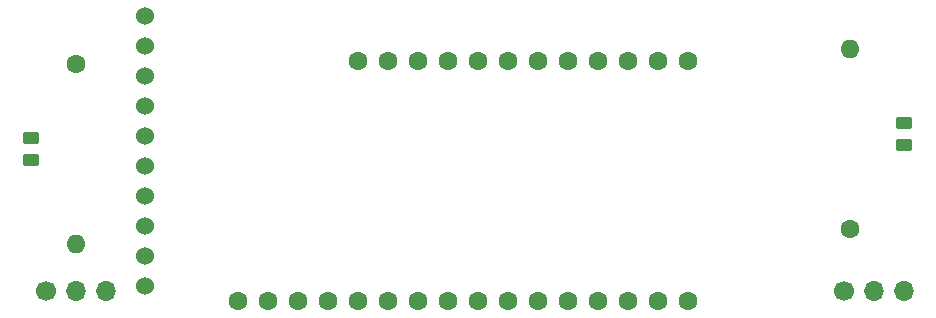
<source format=gbr>
%TF.GenerationSoftware,KiCad,Pcbnew,(7.0.0)*%
%TF.CreationDate,2023-03-09T06:04:35-08:00*%
%TF.ProjectId,Voltage_Sensor_Timer,566f6c74-6167-4655-9f53-656e736f725f,0*%
%TF.SameCoordinates,Original*%
%TF.FileFunction,Soldermask,Bot*%
%TF.FilePolarity,Negative*%
%FSLAX46Y46*%
G04 Gerber Fmt 4.6, Leading zero omitted, Abs format (unit mm)*
G04 Created by KiCad (PCBNEW (7.0.0)) date 2023-03-09 06:04:35*
%MOMM*%
%LPD*%
G01*
G04 APERTURE LIST*
G04 Aperture macros list*
%AMRoundRect*
0 Rectangle with rounded corners*
0 $1 Rounding radius*
0 $2 $3 $4 $5 $6 $7 $8 $9 X,Y pos of 4 corners*
0 Add a 4 corners polygon primitive as box body*
4,1,4,$2,$3,$4,$5,$6,$7,$8,$9,$2,$3,0*
0 Add four circle primitives for the rounded corners*
1,1,$1+$1,$2,$3*
1,1,$1+$1,$4,$5*
1,1,$1+$1,$6,$7*
1,1,$1+$1,$8,$9*
0 Add four rect primitives between the rounded corners*
20,1,$1+$1,$2,$3,$4,$5,0*
20,1,$1+$1,$4,$5,$6,$7,0*
20,1,$1+$1,$6,$7,$8,$9,0*
20,1,$1+$1,$8,$9,$2,$3,0*%
G04 Aperture macros list end*
%ADD10C,1.600000*%
%ADD11O,1.600000X1.600000*%
%ADD12RoundRect,0.250000X-0.450000X0.262500X-0.450000X-0.262500X0.450000X-0.262500X0.450000X0.262500X0*%
%ADD13C,1.700000*%
%ADD14O,1.700000X1.700000*%
%ADD15RoundRect,0.250000X0.450000X-0.262500X0.450000X0.262500X-0.450000X0.262500X-0.450000X-0.262500X0*%
%ADD16C,1.524000*%
G04 APERTURE END LIST*
D10*
%TO.C,ESP1*%
X132588000Y-106172000D03*
X135128000Y-106172000D03*
X137668000Y-106172000D03*
X140208000Y-106172000D03*
X142748000Y-106172000D03*
X145288000Y-106172000D03*
X147828000Y-106172000D03*
X150368000Y-106172000D03*
X152908000Y-106172000D03*
X155448000Y-106172000D03*
X157988000Y-106172000D03*
X160528000Y-106172000D03*
X163068000Y-106172000D03*
X165608000Y-106172000D03*
X168148000Y-106172000D03*
X170688000Y-106172000D03*
X142748000Y-85852000D03*
X145288000Y-85852000D03*
X147828000Y-85852000D03*
X150368000Y-85852000D03*
X152908000Y-85852000D03*
X155448000Y-85852000D03*
X157988000Y-85852000D03*
X160528000Y-85852000D03*
X163068000Y-85852000D03*
X165608000Y-85852000D03*
X168148000Y-85852000D03*
X170688000Y-85852000D03*
%TD*%
%TO.C,R2*%
X184404000Y-100076000D03*
D11*
X184403999Y-84835999D03*
%TD*%
D12*
%TO.C,R4*%
X115022000Y-92409000D03*
X115022000Y-94234000D03*
%TD*%
D13*
%TO.C,J2*%
X116347000Y-105353000D03*
D14*
X118886999Y-105352999D03*
X121426999Y-105352999D03*
%TD*%
D15*
%TO.C,R1*%
X188976000Y-92964000D03*
X188976000Y-91139000D03*
%TD*%
D10*
%TO.C,R3*%
X118872000Y-86106000D03*
D11*
X118871999Y-101345999D03*
%TD*%
D16*
%TO.C,ADS1*%
X124715293Y-89667251D03*
X124715293Y-87127251D03*
X124715293Y-84587251D03*
X124715293Y-82047251D03*
X124715293Y-97287251D03*
X124715293Y-99827251D03*
X124715293Y-104907251D03*
X124715293Y-102367251D03*
X124715293Y-92207251D03*
X124715293Y-94747251D03*
%TD*%
D13*
%TO.C,J3*%
X183896000Y-105353000D03*
D14*
X186435999Y-105352999D03*
X188975999Y-105352999D03*
%TD*%
M02*

</source>
